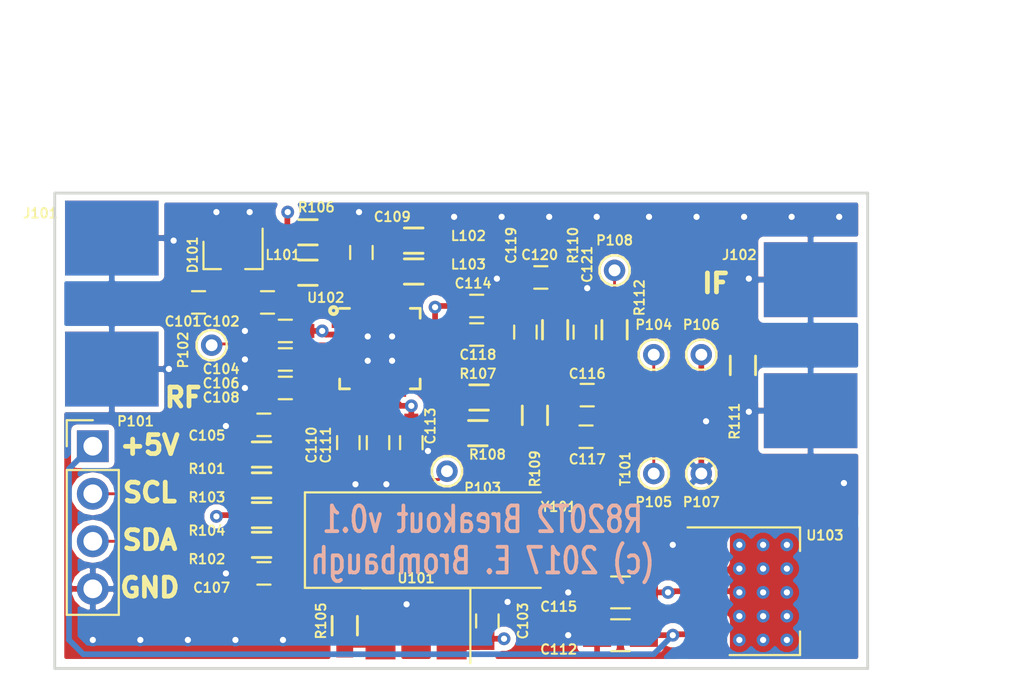
<source format=kicad_pcb>
(kicad_pcb (version 4) (host pcbnew no-vcs-found-product)
  (layers (0 F.Cu signal) (1 In1.Cu signal hide) (2 In2.Cu signal hide) (31 B.Cu signal hide) (34 B.Paste user) (35 F.Paste user) (36 B.SilkS user) (37 F.SilkS user) (38 B.Mask user) (39 F.Mask user) (44 Edge.Cuts user))
  (net 0 "")
  (net 1 "Net-(C101-Pad1)")
  (net 2 "Net-(C101-Pad2)")
  (net 3 "Net-(C102-Pad1)")
  (net 4 GND)
  (net 5 +3V3)
  (net 6 "Net-(C105-Pad2)")
  (net 7 "Net-(C106-Pad2)")
  (net 8 "Net-(C107-Pad2)")
  (net 9 "Net-(C108-Pad2)")
  (net 10 "Net-(C109-Pad2)")
  (net 11 "Net-(C110-Pad2)")
  (net 12 "Net-(C111-Pad2)")
  (net 13 +5V)
  (net 14 "Net-(C116-Pad1)")
  (net 15 "Net-(C116-Pad2)")
  (net 16 "Net-(C117-Pad1)")
  (net 17 "Net-(C117-Pad2)")
  (net 18 "Net-(C118-Pad2)")
  (net 19 "Net-(C119-Pad2)")
  (net 20 "Net-(C120-Pad2)")
  (net 21 "Net-(C121-Pad2)")
  (net 22 "Net-(J102-Pad1)")
  (net 23 "Net-(L101-Pad2)")
  (net 24 "Net-(L102-Pad1)")
  (net 25 "Net-(L102-Pad2)")
  (net 26 "Net-(L103-Pad1)")
  (net 27 "Net-(L103-Pad2)")
  (net 28 /SCL)
  (net 29 /SDA)
  (net 30 "Net-(P102-Pad1)")
  (net 31 "Net-(P103-Pad1)")
  (net 32 "Net-(P106-Pad1)")
  (net 33 "Net-(P108-Pad1)")
  (net 34 "Net-(R105-Pad2)")
  (net 35 "Net-(R107-Pad2)")
  (net 36 "Net-(R108-Pad2)")
  (net 37 "Net-(T101-Pad2)")
  (net 38 "Net-(U101-Pad1)")
  (net 39 "Net-(U102-Pad1)")
  (module footprints:stitch_via (layer F.Cu) (at 178.054 102.108)
    (fp_text reference REF**15135 hide)
    (fp_text value stitch_via hide)
    (pad 1 thru_hole circle (at 0 0) (size 0.6858 0.6858) (drill 0.3302) (layers *.Cu) (net 5 +3V3))
  )
  (module footprints:stitch_via (layer F.Cu) (at 176.784 102.108)
    (fp_text reference REF**15125 hide)
    (fp_text value stitch_via hide)
    (pad 1 thru_hole circle (at 0 0) (size 0.6858 0.6858) (drill 0.3302) (layers *.Cu) (net 5 +3V3))
  )
  (module footprints:stitch_via (layer F.Cu) (at 175.514 102.108)
    (fp_text reference REF**15115 hide)
    (fp_text value stitch_via hide)
    (pad 1 thru_hole circle (at 0 0) (size 0.6858 0.6858) (drill 0.3302) (layers *.Cu) (net 5 +3V3))
  )
  (module footprints:stitch_via (layer F.Cu) (at 178.054 100.838)
    (fp_text reference REF**15134 hide)
    (fp_text value stitch_via hide)
    (pad 1 thru_hole circle (at 0 0) (size 0.6858 0.6858) (drill 0.3302) (layers *.Cu) (net 5 +3V3))
  )
  (module footprints:stitch_via (layer F.Cu) (at 176.784 100.838)
    (fp_text reference REF**15124 hide)
    (fp_text value stitch_via hide)
    (pad 1 thru_hole circle (at 0 0) (size 0.6858 0.6858) (drill 0.3302) (layers *.Cu) (net 5 +3V3))
  )
  (module footprints:stitch_via (layer F.Cu) (at 175.514 100.838)
    (fp_text reference REF**15114 hide)
    (fp_text value stitch_via hide)
    (pad 1 thru_hole circle (at 0 0) (size 0.6858 0.6858) (drill 0.3302) (layers *.Cu) (net 5 +3V3))
  )
  (module footprints:stitch_via (layer F.Cu) (at 178.054 99.568)
    (fp_text reference REF**15133 hide)
    (fp_text value stitch_via hide)
    (pad 1 thru_hole circle (at 0 0) (size 0.6858 0.6858) (drill 0.3302) (layers *.Cu) (net 5 +3V3))
  )
  (module footprints:stitch_via (layer F.Cu) (at 176.784 99.568)
    (fp_text reference REF**15123 hide)
    (fp_text value stitch_via hide)
    (pad 1 thru_hole circle (at 0 0) (size 0.6858 0.6858) (drill 0.3302) (layers *.Cu) (net 5 +3V3))
  )
  (module footprints:stitch_via (layer F.Cu) (at 175.514 99.568)
    (fp_text reference REF**15113 hide)
    (fp_text value stitch_via hide)
    (pad 1 thru_hole circle (at 0 0) (size 0.6858 0.6858) (drill 0.3302) (layers *.Cu) (net 5 +3V3))
  )
  (module footprints:stitch_via (layer F.Cu) (at 178.054 98.298)
    (fp_text reference REF**15132 hide)
    (fp_text value stitch_via hide)
    (pad 1 thru_hole circle (at 0 0) (size 0.6858 0.6858) (drill 0.3302) (layers *.Cu) (net 5 +3V3))
  )
  (module footprints:stitch_via (layer F.Cu) (at 176.784 98.298)
    (fp_text reference REF**15122 hide)
    (fp_text value stitch_via hide)
    (pad 1 thru_hole circle (at 0 0) (size 0.6858 0.6858) (drill 0.3302) (layers *.Cu) (net 5 +3V3))
  )
  (module footprints:stitch_via (layer F.Cu) (at 175.514 98.298)
    (fp_text reference REF**15112 hide)
    (fp_text value stitch_via hide)
    (pad 1 thru_hole circle (at 0 0) (size 0.6858 0.6858) (drill 0.3302) (layers *.Cu) (net 5 +3V3))
  )
  (module footprints:stitch_via (layer F.Cu) (at 178.054 97.028)
    (fp_text reference REF**15131 hide)
    (fp_text value stitch_via hide)
    (pad 1 thru_hole circle (at 0 0) (size 0.6858 0.6858) (drill 0.3302) (layers *.Cu) (net 5 +3V3))
  )
  (module footprints:stitch_via (layer F.Cu) (at 176.784 97.028)
    (fp_text reference REF**15121 hide)
    (fp_text value stitch_via hide)
    (pad 1 thru_hole circle (at 0 0) (size 0.6858 0.6858) (drill 0.3302) (layers *.Cu) (net 5 +3V3))
  )
  (module footprints:stitch_via (layer F.Cu) (at 175.514 97.028)
    (fp_text reference REF**15111 hide)
    (fp_text value stitch_via hide)
    (pad 1 thru_hole circle (at 0 0) (size 0.6858 0.6858) (drill 0.3302) (layers *.Cu) (net 5 +3V3))
  )
  (module footprints:stitch_via (layer F.Cu) (at 181.102 93.726)
    (fp_text reference REF**154 hide)
    (fp_text value stitch_via hide)
    (pad 1 thru_hole circle (at 0 0) (size 0.6858 0.6858) (drill 0.3302) (layers *.Cu) (net 4 GND))
  )
  (module footprints:stitch_via (layer F.Cu) (at 167.894 79.502)
    (fp_text reference REF**153 hide)
    (fp_text value stitch_via hide)
    (pad 1 thru_hole circle (at 0 0) (size 0.6858 0.6858) (drill 0.3302) (layers *.Cu) (net 4 GND))
  )
  (module footprints:stitch_via (layer F.Cu) (at 165.354 79.502)
    (fp_text reference REF**143 hide)
    (fp_text value stitch_via hide)
    (pad 1 thru_hole circle (at 0 0) (size 0.6858 0.6858) (drill 0.3302) (layers *.Cu) (net 4 GND))
  )
  (module footprints:stitch_via (layer F.Cu) (at 162.814 79.502)
    (fp_text reference REF**133 hide)
    (fp_text value stitch_via hide)
    (pad 1 thru_hole circle (at 0 0) (size 0.6858 0.6858) (drill 0.3302) (layers *.Cu) (net 4 GND))
  )
  (module footprints:stitch_via (layer F.Cu) (at 160.274 79.502)
    (fp_text reference REF**123 hide)
    (fp_text value stitch_via hide)
    (pad 1 thru_hole circle (at 0 0) (size 0.6858 0.6858) (drill 0.3302) (layers *.Cu) (net 4 GND))
  )
  (module footprints:stitch_via (layer F.Cu) (at 180.848 79.502)
    (fp_text reference REF**152 hide)
    (fp_text value stitch_via hide)
    (pad 1 thru_hole circle (at 0 0) (size 0.6858 0.6858) (drill 0.3302) (layers *.Cu) (net 4 GND))
  )
  (module footprints:stitch_via (layer F.Cu) (at 178.308 79.502)
    (fp_text reference REF**142 hide)
    (fp_text value stitch_via hide)
    (pad 1 thru_hole circle (at 0 0) (size 0.6858 0.6858) (drill 0.3302) (layers *.Cu) (net 4 GND))
  )
  (module footprints:stitch_via (layer F.Cu) (at 175.768 79.502)
    (fp_text reference REF**132 hide)
    (fp_text value stitch_via hide)
    (pad 1 thru_hole circle (at 0 0) (size 0.6858 0.6858) (drill 0.3302) (layers *.Cu) (net 4 GND))
  )
  (module footprints:stitch_via (layer F.Cu) (at 173.228 79.502)
    (fp_text reference REF**122 hide)
    (fp_text value stitch_via hide)
    (pad 1 thru_hole circle (at 0 0) (size 0.6858 0.6858) (drill 0.3302) (layers *.Cu) (net 4 GND))
  )
  (module footprints:stitch_via (layer F.Cu) (at 170.688 79.502)
    (fp_text reference REF**112 hide)
    (fp_text value stitch_via hide)
    (pad 1 thru_hole circle (at 0 0) (size 0.6858 0.6858) (drill 0.3302) (layers *.Cu) (net 4 GND))
  )
  (module footprints:stitch_via (layer F.Cu) (at 151.13 102.108)
    (fp_text reference REF**151 hide)
    (fp_text value stitch_via hide)
    (pad 1 thru_hole circle (at 0 0) (size 0.6858 0.6858) (drill 0.3302) (layers *.Cu) (net 4 GND))
  )
  (module footprints:stitch_via (layer F.Cu) (at 148.59 102.108)
    (fp_text reference REF**141 hide)
    (fp_text value stitch_via hide)
    (pad 1 thru_hole circle (at 0 0) (size 0.6858 0.6858) (drill 0.3302) (layers *.Cu) (net 4 GND))
  )
  (module footprints:stitch_via (layer F.Cu) (at 146.05 102.108)
    (fp_text reference REF**131 hide)
    (fp_text value stitch_via hide)
    (pad 1 thru_hole circle (at 0 0) (size 0.6858 0.6858) (drill 0.3302) (layers *.Cu) (net 4 GND))
  )
  (module footprints:stitch_via (layer F.Cu) (at 143.51 102.108)
    (fp_text reference REF**121 hide)
    (fp_text value stitch_via hide)
    (pad 1 thru_hole circle (at 0 0) (size 0.6858 0.6858) (drill 0.3302) (layers *.Cu) (net 4 GND))
  )
  (module Capacitors_SMD:C_0603_HandSoldering (layer F.Cu) (at 146.6215 84.074 180)
    (fp_text reference C101 (at 0.8255 -1.016 180) (layer F.SilkS) (effects (font (size 0.508 0.508) (thickness 0.1016))))
    (fp_text value 0.01uf)
    (pad 1 smd rect (at -0.95 0 180) (size 1.2 0.75) (layers F.Cu F.Paste F.Mask) (net 1 "Net-(C101-Pad1)"))
    (pad 2 smd rect (at 0.95 0 180) (size 1.2 0.75) (layers F.Cu F.Paste F.Mask) (net 2 "Net-(C101-Pad2)"))
  )
  (module Capacitors_SMD:C_0603_HandSoldering (layer F.Cu) (at 150.3045 84.074 180)
    (fp_text reference C102 (at 2.4765 -1.016 180) (layer F.SilkS) (effects (font (size 0.508 0.508) (thickness 0.1016))))
    (fp_text value 330pf)
    (pad 1 smd rect (at -0.95 0 180) (size 1.2 0.75) (layers F.Cu F.Paste F.Mask) (net 3 "Net-(C102-Pad1)"))
    (pad 2 smd rect (at 0.95 0 180) (size 1.2 0.75) (layers F.Cu F.Paste F.Mask) (net 1 "Net-(C101-Pad1)"))
  )
  (module Capacitors_SMD:C_0603_HandSoldering (layer F.Cu) (at 162.052 101.092 270)
    (fp_text reference C103 (at 0 -1.9 270) (layer F.SilkS) (effects (font (size 0.508 0.508) (thickness 0.1016))))
    (fp_text value 0.1uf)
    (pad 1 smd rect (at -0.95 0 270) (size 1.2 0.75) (layers F.Cu F.Paste F.Mask) (net 4 GND))
    (pad 2 smd rect (at 0.95 0 270) (size 1.2 0.75) (layers F.Cu F.Paste F.Mask) (net 5 +3V3))
  )
  (module Capacitors_SMD:C_0603_HandSoldering (layer F.Cu) (at 151.257 85.598)
    (fp_text reference C104 (at -3.429 2.032) (layer F.SilkS) (effects (font (size 0.508 0.508) (thickness 0.1016))))
    (fp_text value 0.1uf)
    (pad 1 smd rect (at -0.95 0) (size 1.2 0.75) (layers F.Cu F.Paste F.Mask) (net 4 GND))
    (pad 2 smd rect (at 0.95 0) (size 1.2 0.75) (layers F.Cu F.Paste F.Mask) (net 5 +3V3))
  )
  (module Capacitors_SMD:C_0603_HandSoldering (layer F.Cu) (at 150.114 90.6145)
    (fp_text reference C105 (at -3.048 0.5715) (layer F.SilkS) (effects (font (size 0.508 0.508) (thickness 0.1016))))
    (fp_text value 27pf)
    (pad 1 smd rect (at -0.95 0) (size 1.2 0.75) (layers F.Cu F.Paste F.Mask) (net 4 GND))
    (pad 2 smd rect (at 0.95 0) (size 1.2 0.75) (layers F.Cu F.Paste F.Mask) (net 6 "Net-(C105-Pad2)"))
  )
  (module Capacitors_SMD:C_0603_HandSoldering (layer F.Cu) (at 151.257 87.122)
    (fp_text reference C106 (at -3.429 1.27) (layer F.SilkS) (effects (font (size 0.508 0.508) (thickness 0.1016))))
    (fp_text value 1uf)
    (pad 1 smd rect (at -0.95 0) (size 1.2 0.75) (layers F.Cu F.Paste F.Mask) (net 4 GND))
    (pad 2 smd rect (at 0.95 0) (size 1.2 0.75) (layers F.Cu F.Paste F.Mask) (net 7 "Net-(C106-Pad2)"))
  )
  (module Capacitors_SMD:C_0603_HandSoldering (layer F.Cu) (at 150.114 98.552)
    (fp_text reference C107 (at -2.794 0.762) (layer F.SilkS) (effects (font (size 0.508 0.508) (thickness 0.1016))))
    (fp_text value 27pf)
    (pad 1 smd rect (at -0.95 0) (size 1.2 0.75) (layers F.Cu F.Paste F.Mask) (net 4 GND))
    (pad 2 smd rect (at 0.95 0) (size 1.2 0.75) (layers F.Cu F.Paste F.Mask) (net 8 "Net-(C107-Pad2)"))
  )
  (module Capacitors_SMD:C_0603_HandSoldering (layer F.Cu) (at 151.257 88.646)
    (fp_text reference C108 (at -3.429 0.508) (layer F.SilkS) (effects (font (size 0.508 0.508) (thickness 0.1016))))
    (fp_text value 0.1uf)
    (pad 1 smd rect (at -0.95 0) (size 1.2 0.75) (layers F.Cu F.Paste F.Mask) (net 4 GND))
    (pad 2 smd rect (at 0.95 0) (size 1.2 0.75) (layers F.Cu F.Paste F.Mask) (net 9 "Net-(C108-Pad2)"))
  )
  (module Capacitors_SMD:C_0603_HandSoldering (layer F.Cu) (at 155.321 81.407 270)
    (fp_text reference C109 (at -1.905 -1.651 360) (layer F.SilkS) (effects (font (size 0.508 0.508) (thickness 0.1016))))
    (fp_text value 0.1uf)
    (pad 1 smd rect (at -0.95 0 270) (size 1.2 0.75) (layers F.Cu F.Paste F.Mask) (net 4 GND))
    (pad 2 smd rect (at 0.95 0 270) (size 1.2 0.75) (layers F.Cu F.Paste F.Mask) (net 10 "Net-(C109-Pad2)"))
  )
  (module Capacitors_SMD:C_0603_HandSoldering (layer F.Cu) (at 154.6225 91.567 90)
    (fp_text reference C110 (at -0.127 -1.9685 90) (layer F.SilkS) (effects (font (size 0.508 0.508) (thickness 0.1016))))
    (fp_text value 27pf)
    (pad 1 smd rect (at -0.95 0 90) (size 1.2 0.75) (layers F.Cu F.Paste F.Mask) (net 4 GND))
    (pad 2 smd rect (at 0.95 0 90) (size 1.2 0.75) (layers F.Cu F.Paste F.Mask) (net 11 "Net-(C110-Pad2)"))
  )
  (module Capacitors_SMD:C_0603_HandSoldering (layer F.Cu) (at 156.21 91.567 90)
    (fp_text reference C111 (at -0.127 -2.794 90) (layer F.SilkS) (effects (font (size 0.508 0.508) (thickness 0.1016))))
    (fp_text value 27pf)
    (pad 1 smd rect (at -0.95 0 90) (size 1.2 0.75) (layers F.Cu F.Paste F.Mask) (net 4 GND))
    (pad 2 smd rect (at 0.95 0 90) (size 1.2 0.75) (layers F.Cu F.Paste F.Mask) (net 12 "Net-(C111-Pad2)"))
  )
  (module Capacitors_SMD:C_0805_HandSoldering (layer F.Cu) (at 169.164 101.854 180)
    (fp_text reference C112 (at 3.302 -0.762 180) (layer F.SilkS) (effects (font (size 0.508 0.508) (thickness 0.1016))))
    (fp_text value 10uf)
    (pad 1 smd rect (at -1.25 0 180) (size 1.5 1.25) (layers F.Cu F.Paste F.Mask) (net 13 +5V))
    (pad 2 smd rect (at 1.25 0 180) (size 1.5 1.25) (layers F.Cu F.Paste F.Mask) (net 4 GND))
  )
  (module Capacitors_SMD:C_0603_HandSoldering (layer F.Cu) (at 157.988 91.567 90)
    (fp_text reference C113 (at 0.889 1.016 90) (layer F.SilkS) (effects (font (size 0.508 0.508) (thickness 0.1016))))
    (fp_text value 0.1uf)
    (pad 1 smd rect (at -0.95 0 90) (size 1.2 0.75) (layers F.Cu F.Paste F.Mask) (net 4 GND))
    (pad 2 smd rect (at 0.95 0 90) (size 1.2 0.75) (layers F.Cu F.Paste F.Mask) (net 5 +3V3))
  )
  (module Capacitors_SMD:C_0603_HandSoldering (layer F.Cu) (at 161.4805 84.2645 180)
    (fp_text reference C114 (at 0.1905 1.2065 180) (layer F.SilkS) (effects (font (size 0.508 0.508) (thickness 0.1016))))
    (fp_text value 0.1uf)
    (pad 1 smd rect (at -0.95 0 180) (size 1.2 0.75) (layers F.Cu F.Paste F.Mask) (net 4 GND))
    (pad 2 smd rect (at 0.95 0 180) (size 1.2 0.75) (layers F.Cu F.Paste F.Mask) (net 5 +3V3))
  )
  (module Capacitors_SMD:C_0805_HandSoldering (layer F.Cu) (at 169.164 99.568 180)
    (fp_text reference C115 (at 3.302 -0.762 180) (layer F.SilkS) (effects (font (size 0.508 0.508) (thickness 0.1016))))
    (fp_text value 10uf)
    (pad 1 smd rect (at -1.25 0 180) (size 1.5 1.25) (layers F.Cu F.Paste F.Mask) (net 5 +3V3))
    (pad 2 smd rect (at 1.25 0 180) (size 1.5 1.25) (layers F.Cu F.Paste F.Mask) (net 4 GND))
  )
  (module Capacitors_SMD:C_0603_HandSoldering (layer F.Cu) (at 167.386 89.027 180)
    (fp_text reference C116 (at 0 1.143 180) (layer F.SilkS) (effects (font (size 0.508 0.508) (thickness 0.1016))))
    (fp_text value 0.1uf)
    (pad 1 smd rect (at -0.95 0 180) (size 1.2 0.75) (layers F.Cu F.Paste F.Mask) (net 14 "Net-(C116-Pad1)"))
    (pad 2 smd rect (at 0.95 0 180) (size 1.2 0.75) (layers F.Cu F.Paste F.Mask) (net 15 "Net-(C116-Pad2)"))
  )
  (module Capacitors_SMD:C_0603_HandSoldering (layer F.Cu) (at 167.3225 91.2495 180)
    (fp_text reference C117 (at -0.0635 -1.2065 180) (layer F.SilkS) (effects (font (size 0.508 0.508) (thickness 0.1016))))
    (fp_text value 0.1uf)
    (pad 1 smd rect (at -0.95 0 180) (size 1.2 0.75) (layers F.Cu F.Paste F.Mask) (net 16 "Net-(C117-Pad1)"))
    (pad 2 smd rect (at 0.95 0 180) (size 1.2 0.75) (layers F.Cu F.Paste F.Mask) (net 17 "Net-(C117-Pad2)"))
  )
  (module Capacitors_SMD:C_0603_HandSoldering (layer F.Cu) (at 161.4805 85.7885 180)
    (fp_text reference C118 (at -0.0635 -1.0795 180) (layer F.SilkS) (effects (font (size 0.508 0.508) (thickness 0.1016))))
    (fp_text value 0.1uf)
    (pad 1 smd rect (at -0.95 0 180) (size 1.2 0.75) (layers F.Cu F.Paste F.Mask) (net 4 GND))
    (pad 2 smd rect (at 0.95 0 180) (size 1.2 0.75) (layers F.Cu F.Paste F.Mask) (net 18 "Net-(C118-Pad2)"))
  )
  (module Capacitors_SMD:C_0603_HandSoldering (layer F.Cu) (at 164.084 85.6615 270)
    (fp_text reference C119 (at -4.6355 0.762 270) (layer F.SilkS) (effects (font (size 0.508 0.508) (thickness 0.1016))))
    (fp_text value 330pf)
    (pad 1 smd rect (at -0.95 0 270) (size 1.2 0.75) (layers F.Cu F.Paste F.Mask) (net 4 GND))
    (pad 2 smd rect (at 0.95 0 270) (size 1.2 0.75) (layers F.Cu F.Paste F.Mask) (net 19 "Net-(C119-Pad2)"))
  )
  (module Capacitors_SMD:C_0603_HandSoldering (layer F.Cu) (at 164.9095 82.7405)
    (fp_text reference C120 (at -0.0635 -1.2065) (layer F.SilkS) (effects (font (size 0.508 0.508) (thickness 0.1016))))
    (fp_text value 6800pf)
    (pad 1 smd rect (at -0.95 0) (size 1.2 0.75) (layers F.Cu F.Paste F.Mask) (net 4 GND))
    (pad 2 smd rect (at 0.95 0) (size 1.2 0.75) (layers F.Cu F.Paste F.Mask) (net 20 "Net-(C120-Pad2)"))
  )
  (module Capacitors_SMD:C_0603_HandSoldering (layer F.Cu) (at 167.259 85.6615 270)
    (fp_text reference C121 (at -3.6195 -0.127 270) (layer F.SilkS) (effects (font (size 0.508 0.508) (thickness 0.1016))))
    (fp_text value 0.1uf)
    (pad 1 smd rect (at -0.95 0 270) (size 1.2 0.75) (layers F.Cu F.Paste F.Mask) (net 4 GND))
    (pad 2 smd rect (at 0.95 0 270) (size 1.2 0.75) (layers F.Cu F.Paste F.Mask) (net 21 "Net-(C121-Pad2)"))
  )
  (module TO_SOT_Packages_SMD:SOT-23 (layer F.Cu) (at 148.463 81.534 270)
    (fp_text reference D101 (at 0 2.159 270) (layer F.SilkS) (effects (font (size 0.508 0.508) (thickness 0.1016))))
    (fp_text value BAV99)
    (pad 1 smd rect (at -1 -0.95 270) (size 0.9 0.8) (layers F.Cu F.Paste F.Mask) (net 4 GND))
    (pad 2 smd rect (at -1 0.95 270) (size 0.9 0.8) (layers F.Cu F.Paste F.Mask) (net 4 GND))
    (pad 3 smd rect (at 1 0 270) (size 0.9 0.8) (layers F.Cu F.Paste F.Mask) (net 1 "Net-(C101-Pad1)"))
  )
  (module Resistors_SMD:R_0603_HandSoldering (layer F.Cu) (at 152.4635 82.4865)
    (fp_text reference L101 (at -1.3335 -0.9525) (layer F.SilkS) (effects (font (size 0.508 0.508) (thickness 0.1016))))
    (fp_text value 8.2nH)
    (pad 1 smd rect (at -1.1 0) (size 1.2 0.9) (layers F.Cu F.Paste F.Mask) (net 3 "Net-(C102-Pad1)"))
    (pad 2 smd rect (at 1.1 0) (size 1.2 0.9) (layers F.Cu F.Paste F.Mask) (net 23 "Net-(L101-Pad2)"))
  )
  (module Resistors_SMD:R_0603_HandSoldering (layer F.Cu) (at 158.115 80.772 180)
    (fp_text reference L102 (at -2.921 0.254 180) (layer F.SilkS) (effects (font (size 0.508 0.508) (thickness 0.1016))))
    (fp_text value 150nh)
    (pad 1 smd rect (at -1.1 0 180) (size 1.2 0.9) (layers F.Cu F.Paste F.Mask) (net 24 "Net-(L102-Pad1)"))
    (pad 2 smd rect (at 1.1 0 180) (size 1.2 0.9) (layers F.Cu F.Paste F.Mask) (net 25 "Net-(L102-Pad2)"))
  )
  (module Resistors_SMD:R_0603_HandSoldering (layer F.Cu) (at 158.115 82.423 180)
    (fp_text reference L103 (at -2.921 0.381 180) (layer F.SilkS) (effects (font (size 0.508 0.508) (thickness 0.1016))))
    (fp_text value 150nh)
    (pad 1 smd rect (at -1.1 0 180) (size 1.2 0.9) (layers F.Cu F.Paste F.Mask) (net 26 "Net-(L103-Pad1)"))
    (pad 2 smd rect (at 1.1 0 180) (size 1.2 0.9) (layers F.Cu F.Paste F.Mask) (net 27 "Net-(L103-Pad2)"))
  )
  (module Pin_Headers:Pin_Header_Straight_1x04_Pitch2.54mm (layer F.Cu) (at 140.97 91.7575)
    (fp_text reference P101 (at 2.286 -1.3335) (layer F.SilkS) (effects (font (size 0.508 0.508) (thickness 0.1016))))
    (fp_text value CONN_01X04)
    (pad 1 thru_hole rect (at 0 0) (size 1.7 1.7) (drill 1) (layers *.Cu *.Mask) (net 13 +5V))
    (pad 2 thru_hole oval (at 0 2.54) (size 1.7 1.7) (drill 1) (layers *.Cu *.Mask) (net 28 /SCL))
    (pad 3 thru_hole oval (at 0 5.08) (size 1.7 1.7) (drill 1) (layers *.Cu *.Mask) (net 29 /SDA))
    (pad 4 thru_hole oval (at 0 7.62) (size 1.7 1.7) (drill 1) (layers *.Cu *.Mask) (net 4 GND))
  )
  (module Connect:PINTST (layer F.Cu) (at 147.32 86.36)
    (fp_text reference P102 (at -1.524 0.254 90) (layer F.SilkS) (effects (font (size 0.508 0.508) (thickness 0.1016))))
    (fp_text value CONN_01X01)
    (pad 1 thru_hole circle (at 0 0) (size 1.143 1.143) (drill 0.635) (layers *.Cu *.Mask) (net 30 "Net-(P102-Pad1)"))
  )
  (module Connect:PINTST (layer F.Cu) (at 159.893 93.091)
    (fp_text reference P103 (at 1.905 0.889) (layer F.SilkS) (effects (font (size 0.508 0.508) (thickness 0.1016))))
    (fp_text value CONN_01X01)
    (pad 1 thru_hole circle (at 0 0) (size 1.143 1.143) (drill 0.635) (layers *.Cu *.Mask) (net 31 "Net-(P103-Pad1)"))
  )
  (module Connect:PINTST (layer F.Cu) (at 170.942 86.868)
    (fp_text reference P104 (at 0 -1.6) (layer F.SilkS) (effects (font (size 0.508 0.508) (thickness 0.1016))))
    (fp_text value CONN_01X01)
    (pad 1 thru_hole circle (at 0 0) (size 1.143 1.143) (drill 0.635) (layers *.Cu *.Mask) (net 14 "Net-(C116-Pad1)"))
  )
  (module Connect:PINTST (layer F.Cu) (at 170.942 93.218)
    (fp_text reference P105 (at 0 1.524) (layer F.SilkS) (effects (font (size 0.508 0.508) (thickness 0.1016))))
    (fp_text value CONN_01X01)
    (pad 1 thru_hole circle (at 0 0) (size 1.143 1.143) (drill 0.635) (layers *.Cu *.Mask) (net 16 "Net-(C117-Pad1)"))
  )
  (module Connect:PINTST (layer F.Cu) (at 173.482 86.868)
    (fp_text reference P106 (at 0 -1.6) (layer F.SilkS) (effects (font (size 0.508 0.508) (thickness 0.1016))))
    (fp_text value CONN_01X01)
    (pad 1 thru_hole circle (at 0 0) (size 1.143 1.143) (drill 0.635) (layers *.Cu *.Mask) (net 32 "Net-(P106-Pad1)"))
  )
  (module Connect:PINTST (layer F.Cu) (at 173.482 93.218)
    (fp_text reference P107 (at 0 1.524) (layer F.SilkS) (effects (font (size 0.508 0.508) (thickness 0.1016))))
    (fp_text value CONN_01X01)
    (pad 1 thru_hole circle (at 0 0) (size 1.143 1.143) (drill 0.635) (layers *.Cu *.Mask) (net 4 GND))
  )
  (module Connect:PINTST (layer F.Cu) (at 168.8465 82.3595)
    (fp_text reference P108 (at 0 -1.6) (layer F.SilkS) (effects (font (size 0.508 0.508) (thickness 0.1016))))
    (fp_text value CONN_01X01)
    (pad 1 thru_hole circle (at 0 0) (size 1.143 1.143) (drill 0.635) (layers *.Cu *.Mask) (net 33 "Net-(P108-Pad1)"))
  )
  (module Resistors_SMD:R_0603_HandSoldering (layer F.Cu) (at 149.987 92.202 180)
    (fp_text reference R101 (at 2.921 -0.762 180) (layer F.SilkS) (effects (font (size 0.508 0.508) (thickness 0.1016))))
    (fp_text value 220)
    (pad 1 smd rect (at -1.1 0 180) (size 1.2 0.9) (layers F.Cu F.Paste F.Mask) (net 6 "Net-(C105-Pad2)"))
    (pad 2 smd rect (at 1.1 0 180) (size 1.2 0.9) (layers F.Cu F.Paste F.Mask) (net 28 /SCL))
  )
  (module Resistors_SMD:R_0603_HandSoldering (layer F.Cu) (at 149.987 97.028 180)
    (fp_text reference R102 (at 2.921 -0.762 180) (layer F.SilkS) (effects (font (size 0.508 0.508) (thickness 0.1016))))
    (fp_text value 220)
    (pad 1 smd rect (at -1.1 0 180) (size 1.2 0.9) (layers F.Cu F.Paste F.Mask) (net 8 "Net-(C107-Pad2)"))
    (pad 2 smd rect (at 1.1 0 180) (size 1.2 0.9) (layers F.Cu F.Paste F.Mask) (net 29 /SDA))
  )
  (module Resistors_SMD:R_0603_HandSoldering (layer F.Cu) (at 149.987 93.853)
    (fp_text reference R103 (at -2.921 0.635) (layer F.SilkS) (effects (font (size 0.508 0.508) (thickness 0.1016))))
    (fp_text value 4k7)
    (pad 1 smd rect (at -1.1 0) (size 1.2 0.9) (layers F.Cu F.Paste F.Mask) (net 5 +3V3))
    (pad 2 smd rect (at 1.1 0) (size 1.2 0.9) (layers F.Cu F.Paste F.Mask) (net 6 "Net-(C105-Pad2)"))
  )
  (module Resistors_SMD:R_0603_HandSoldering (layer F.Cu) (at 149.987 95.4405)
    (fp_text reference R104 (at -2.921 0.8255) (layer F.SilkS) (effects (font (size 0.508 0.508) (thickness 0.1016))))
    (fp_text value 4k7)
    (pad 1 smd rect (at -1.1 0) (size 1.2 0.9) (layers F.Cu F.Paste F.Mask) (net 5 +3V3))
    (pad 2 smd rect (at 1.1 0) (size 1.2 0.9) (layers F.Cu F.Paste F.Mask) (net 8 "Net-(C107-Pad2)"))
  )
  (module Resistors_SMD:R_0603_HandSoldering (layer F.Cu) (at 154.432 101.346 270)
    (fp_text reference R105 (at -0.254 1.27 270) (layer F.SilkS) (effects (font (size 0.508 0.508) (thickness 0.1016))))
    (fp_text value 0)
    (pad 1 smd rect (at -1.1 0 270) (size 1.2 0.9) (layers F.Cu F.Paste F.Mask) (net 11 "Net-(C110-Pad2)"))
    (pad 2 smd rect (at 1.1 0 270) (size 1.2 0.9) (layers F.Cu F.Paste F.Mask) (net 34 "Net-(R105-Pad2)"))
  )
  (module Resistors_SMD:R_0603_HandSoldering (layer F.Cu) (at 152.4635 80.3275)
    (fp_text reference R106 (at 0.4445 -1.3335) (layer F.SilkS) (effects (font (size 0.508 0.508) (thickness 0.1016))))
    (fp_text value 10)
    (pad 1 smd rect (at -1.1 0) (size 1.2 0.9) (layers F.Cu F.Paste F.Mask) (net 5 +3V3))
    (pad 2 smd rect (at 1.1 0) (size 1.2 0.9) (layers F.Cu F.Paste F.Mask) (net 10 "Net-(C109-Pad2)"))
  )
  (module Resistors_SMD:R_0603_HandSoldering (layer F.Cu) (at 161.6075 89.154 180)
    (fp_text reference R107 (at 0.0635 1.27 180) (layer F.SilkS) (effects (font (size 0.508 0.508) (thickness 0.1016))))
    (fp_text value 220)
    (pad 1 smd rect (at -1.1 0 180) (size 1.2 0.9) (layers F.Cu F.Paste F.Mask) (net 15 "Net-(C116-Pad2)"))
    (pad 2 smd rect (at 1.1 0 180) (size 1.2 0.9) (layers F.Cu F.Paste F.Mask) (net 35 "Net-(R107-Pad2)"))
  )
  (module Resistors_SMD:R_0603_HandSoldering (layer F.Cu) (at 161.544 91.059 180)
    (fp_text reference R108 (at -0.508 -1.143 180) (layer F.SilkS) (effects (font (size 0.508 0.508) (thickness 0.1016))))
    (fp_text value 220)
    (pad 1 smd rect (at -1.1 0 180) (size 1.2 0.9) (layers F.Cu F.Paste F.Mask) (net 17 "Net-(C117-Pad2)"))
    (pad 2 smd rect (at 1.1 0 180) (size 1.2 0.9) (layers F.Cu F.Paste F.Mask) (net 36 "Net-(R108-Pad2)"))
  )
  (module Resistors_SMD:R_0603_HandSoldering (layer F.Cu) (at 164.592 90.1065 270)
    (fp_text reference R109 (at 2.8575 0 270) (layer F.SilkS) (effects (font (size 0.508 0.508) (thickness 0.1016))))
    (fp_text value DNI)
    (pad 1 smd rect (at -1.1 0 270) (size 1.2 0.9) (layers F.Cu F.Paste F.Mask) (net 15 "Net-(C116-Pad2)"))
    (pad 2 smd rect (at 1.1 0 270) (size 1.2 0.9) (layers F.Cu F.Paste F.Mask) (net 17 "Net-(C117-Pad2)"))
  )
  (module Resistors_SMD:R_0603_HandSoldering (layer F.Cu) (at 165.6715 85.5345 270)
    (fp_text reference R110 (at -4.5085 -0.9525 270) (layer F.SilkS) (effects (font (size 0.508 0.508) (thickness 0.1016))))
    (fp_text value 1k8)
    (pad 1 smd rect (at -1.1 0 270) (size 1.2 0.9) (layers F.Cu F.Paste F.Mask) (net 20 "Net-(C120-Pad2)"))
    (pad 2 smd rect (at 1.1 0 270) (size 1.2 0.9) (layers F.Cu F.Paste F.Mask) (net 19 "Net-(C119-Pad2)"))
  )
  (module Resistors_SMD:R_0603_HandSoldering (layer F.Cu) (at 175.7045 87.4395 270)
    (fp_text reference R111 (at 2.9845 0.4445 270) (layer F.SilkS) (effects (font (size 0.508 0.508) (thickness 0.1016))))
    (fp_text value 0)
    (pad 1 smd rect (at -1.1 0 270) (size 1.2 0.9) (layers F.Cu F.Paste F.Mask) (net 22 "Net-(J102-Pad1)"))
    (pad 2 smd rect (at 1.1 0 270) (size 1.2 0.9) (layers F.Cu F.Paste F.Mask) (net 32 "Net-(P106-Pad1)"))
  )
  (module Resistors_SMD:R_0603_HandSoldering (layer F.Cu) (at 168.8465 85.5345 270)
    (fp_text reference R112 (at -1.7145 -1.3335 270) (layer F.SilkS) (effects (font (size 0.508 0.508) (thickness 0.1016))))
    (fp_text value 10k)
    (pad 1 smd rect (at -1.1 0 270) (size 1.2 0.9) (layers F.Cu F.Paste F.Mask) (net 33 "Net-(P108-Pad1)"))
    (pad 2 smd rect (at 1.1 0 270) (size 1.2 0.9) (layers F.Cu F.Paste F.Mask) (net 21 "Net-(C121-Pad2)"))
  )
  (module footprints:Pulse_SMD_Balun (layer F.Cu) (at 172.0215 90.1065 270)
    (fp_text reference T101 (at 2.8575 2.6035 270) (layer F.SilkS) (effects (font (size 0.508 0.508) (thickness 0.1016))))
    (fp_text value TRANSFO4)
    (pad 5 smd rect (at -1.27 -1.5875 270) (size 0.762 1.651) (layers F.Cu F.Paste F.Mask) (net 32 "Net-(P106-Pad1)"))
    (pad 4 smd rect (at 1.27 -1.5875 270) (size 0.762 1.651) (layers F.Cu F.Paste F.Mask) (net 4 GND))
    (pad 1 smd rect (at -1.27 1.5875 270) (size 0.762 1.651) (layers F.Cu F.Paste F.Mask) (net 14 "Net-(C116-Pad1)"))
    (pad 3 smd rect (at 1.27 1.5875 270) (size 0.762 1.651) (layers F.Cu F.Paste F.Mask) (net 16 "Net-(C117-Pad1)"))
    (pad 2 smd rect (at 0 1.5875 270) (size 0.762 1.651) (layers F.Cu F.Paste F.Mask) (net 37 "Net-(T101-Pad2)"))
  )
  (module Crystals:Crystal_SMD_Abracon_ABM3C-4pin_5.0x3.2mm (layer F.Cu) (at 158.242 101.346 180)
    (fp_text reference U101 (at 0 2.54 180) (layer F.SilkS) (effects (font (size 0.508 0.508) (thickness 0.1016))))
    (fp_text value TCXO)
    (pad 1 smd rect (at -1.9 1.15 180) (size 1.6 1.3) (layers F.Cu F.Mask) (net 38 "Net-(U101-Pad1)"))
    (pad 2 smd rect (at 1.9 1.15 180) (size 1.6 1.3) (layers F.Cu F.Mask) (net 4 GND))
    (pad 3 smd rect (at 1.9 -1.15 180) (size 1.6 1.3) (layers F.Cu F.Mask) (net 34 "Net-(R105-Pad2)"))
    (pad 4 smd rect (at -1.9 -1.15 180) (size 1.6 1.3) (layers F.Cu F.Mask) (net 5 +3V3))
  )
  (module SOT-223 (layer F.Cu) (at 176.8475 99.5045)
    (fp_text reference U103 (at 3.2385 -2.9845) (layer F.SilkS) (effects (font (size 0.508 0.508) (thickness 0.1016))))
    (fp_text value LD1117S33CTR)
    (pad 4 smd rect (at 3.15 0) (size 2 3.8) (layers F.Cu F.Paste F.Mask) (net 5 +3V3))
    (pad 2 smd rect (at -3.15 0) (size 2 1.5) (layers F.Cu F.Paste F.Mask) (net 5 +3V3))
    (pad 3 smd rect (at -3.15 2.3) (size 2 1.5) (layers F.Cu F.Paste F.Mask) (net 13 +5V))
    (pad 1 smd rect (at -3.15 -2.3) (size 2 1.5) (layers F.Cu F.Paste F.Mask) (net 4 GND))
  )
  (module Crystals:Crystal_SMD_HC49-SD (layer F.Cu) (at 159.004 96.774)
    (fp_text reference Y101 (at 6.858 -1.778) (layer F.SilkS) (effects (font (size 0.508 0.508) (thickness 0.1016))))
    (fp_text value 28.8MHz)
    (pad 1 smd rect (at -4.25 0) (size 4.5 2) (layers F.Cu F.Mask) (net 11 "Net-(C110-Pad2)"))
    (pad 2 smd rect (at 4.25 0) (size 4.5 2) (layers F.Cu F.Mask) (net 12 "Net-(C111-Pad2)"))
  )
  (module footprints:stitch_via (layer F.Cu) (at 140.462 102.108)
    (fp_text reference REF** hide)
    (fp_text value stitch_via hide)
  )
  (module footprints:stitch_via (layer F.Cu) (at 140.97 102.108)
    (fp_text reference REF**111 hide)
    (fp_text value stitch_via hide)
    (pad 1 thru_hole circle (at 0 0) (size 0.6858 0.6858) (drill 0.3302) (layers *.Cu) (net 4 GND))
  )
  (module footprints:SMA_END (layer F.Cu) (at 179.324 86.36)
    (fp_text reference J102 (at -3.81 -4.826) (layer F.SilkS) (effects (font (size 0.508 0.508) (thickness 0.1016))))
    (fp_text value SMA)
    (pad 2 smd rect (at 0 3.5) (size 5 4) (layers F.Cu F.Paste F.Mask) (net 4 GND))
    (pad 2 smd rect (at 0 -3.5) (size 5 4) (layers F.Cu F.Paste F.Mask) (net 4 GND))
    (pad 2 smd rect (at 0 3.5) (size 5 4) (layers B.Cu B.Mask) (net 4 GND))
    (pad 2 smd rect (at 0 -3.5) (size 5 4) (layers B.Cu B.Mask) (net 4 GND))
    (pad 1 smd rect (at 0 0) (size 5 1.5) (layers F.Cu F.Paste F.Mask) (net 22 "Net-(J102-Pad1)"))
  )
  (module footprints:SMA_END (layer F.Cu) (at 141.986 84.1375)
    (fp_text reference J101 (at -3.81 -4.826) (layer F.SilkS) (effects (font (size 0.508 0.508) (thickness 0.1016))))
    (fp_text value SMA)
    (pad 2 smd rect (at 0 3.5) (size 5 4) (layers F.Cu F.Paste F.Mask) (net 4 GND))
    (pad 2 smd rect (at 0 -3.5) (size 5 4) (layers F.Cu F.Paste F.Mask) (net 4 GND))
    (pad 2 smd rect (at 0 3.5) (size 5 4) (layers B.Cu B.Mask) (net 4 GND))
    (pad 2 smd rect (at 0 -3.5) (size 5 4) (layers B.Cu B.Mask) (net 4 GND))
    (pad 1 smd rect (at 0 0) (size 5 1.5) (layers F.Cu F.Paste F.Mask) (net 2 "Net-(C101-Pad2)"))
  )
  (module footprints:QFN-24-1EP_4x4mm_Pitch0.5mm_extended_pad (layer F.Cu) (at 156.310214 86.542)
    (fp_text reference U102 (at -2.894214 -2.722) (layer F.SilkS) (effects (font (size 0.508 0.508) (thickness 0.1016))))
    (fp_text value R820T2)
    (pad 1 smd rect (at -2.05 -1.25) (size 1.05 0.3) (layers F.Cu F.Paste F.Mask) (net 39 "Net-(U102-Pad1)"))
    (pad 2 smd rect (at -2.05 -0.75) (size 1.05 0.3) (layers F.Cu F.Paste F.Mask) (net 5 +3V3))
    (pad 3 smd rect (at -2.05 -0.25) (size 1.05 0.3) (layers F.Cu F.Paste F.Mask) (net 30 "Net-(P102-Pad1)"))
    (pad 4 smd rect (at -2.05 0.25) (size 1.05 0.3) (layers F.Cu F.Paste F.Mask) (net 7 "Net-(C106-Pad2)"))
    (pad 5 smd rect (at -2.05 0.75) (size 1.05 0.3) (layers F.Cu F.Paste F.Mask) (net 9 "Net-(C108-Pad2)"))
    (pad 6 smd rect (at -2.05 1.25) (size 1.05 0.3) (layers F.Cu F.Paste F.Mask) (net 6 "Net-(C105-Pad2)"))
    (pad 7 smd rect (at -1.25 2.05 90) (size 1.05 0.3) (layers F.Cu F.Paste F.Mask) (net 8 "Net-(C107-Pad2)"))
    (pad 8 smd rect (at -0.75 2.05 90) (size 1.05 0.3) (layers F.Cu F.Paste F.Mask) (net 11 "Net-(C110-Pad2)"))
    (pad 9 smd rect (at -0.25 2.05 90) (size 1.05 0.3) (layers F.Cu F.Paste F.Mask) (net 12 "Net-(C111-Pad2)"))
    (pad 10 smd rect (at 0.25 2.05 90) (size 1.05 0.3) (layers F.Cu F.Paste F.Mask) (net 31 "Net-(P103-Pad1)"))
    (pad 11 smd rect (at 0.75 2.05 90) (size 1.05 0.3) (layers F.Cu F.Paste F.Mask) (net 5 +3V3))
    (pad 12 smd rect (at 1.25 2.05 90) (size 1.05 0.3) (layers F.Cu F.Paste F.Mask) (net 36 "Net-(R108-Pad2)"))
    (pad 13 smd rect (at 2.05 1.25) (size 1.05 0.3) (layers F.Cu F.Paste F.Mask) (net 35 "Net-(R107-Pad2)"))
    (pad 14 smd rect (at 2.05 0.75) (size 1.05 0.3) (layers F.Cu F.Paste F.Mask) (net 21 "Net-(C121-Pad2)"))
    (pad 15 smd rect (at 2.05 0.25) (size 1.05 0.3) (layers F.Cu F.Paste F.Mask) (net 19 "Net-(C119-Pad2)"))
    (pad 16 smd rect (at 2.05 -0.25) (size 1.05 0.3) (layers F.Cu F.Paste F.Mask) (net 4 GND))
    (pad 17 smd rect (at 2.05 -0.75) (size 1.05 0.3) (layers F.Cu F.Paste F.Mask) (net 18 "Net-(C118-Pad2)"))
    (pad 18 smd rect (at 2.05 -1.25) (size 1.05 0.3) (layers F.Cu F.Paste F.Mask) (net 5 +3V3))
    (pad 19 smd rect (at 1.25 -2.05 90) (size 1.05 0.3) (layers F.Cu F.Paste F.Mask) (net 26 "Net-(L103-Pad1)"))
    (pad 20 smd rect (at 0.75 -2.05 90) (size 1.05 0.3) (layers F.Cu F.Paste F.Mask) (net 24 "Net-(L102-Pad1)"))
    (pad 21 smd rect (at 0.25 -2.05 90) (size 1.05 0.3) (layers F.Cu F.Paste F.Mask) (net 27 "Net-(L103-Pad2)"))
    (pad 22 smd rect (at -0.25 -2.05 90) (size 1.05 0.3) (layers F.Cu F.Paste F.Mask) (net 25 "Net-(L102-Pad2)"))
    (pad 23 smd rect (at -0.75 -2.05 90) (size 1 0.3) (layers F.Cu F.Paste F.Mask) (net 10 "Net-(C109-Pad2)"))
    (pad 24 smd rect (at -1.25 -2.05 90) (size 1.05 0.3) (layers F.Cu F.Paste F.Mask) (net 23 "Net-(L101-Pad2)"))
    (pad 25 smd rect (at 0.65 0.65) (size 1.3 1.3) (layers F.Cu F.Paste F.Mask) (net 4 GND))
    (pad 25 smd rect (at 0.65 -0.65) (size 1.3 1.3) (layers F.Cu F.Paste F.Mask) (net 4 GND))
    (pad 25 smd rect (at -0.65 0.65) (size 1.3 1.3) (layers F.Cu F.Paste F.Mask) (net 4 GND))
    (pad 25 smd rect (at -0.65 -0.65) (size 1.3 1.3) (layers F.Cu F.Paste F.Mask) (net 4 GND))
  )
  (gr_text "R820T2 Breakout v0.1\n(c) 2017 E. Brombaugh" (at 161.798 96.774) (layer B.SilkS) (effects (font (size 1.3716 1.016) (thickness 0.2032)) (justify mirror)))
  (gr_text IF (at 174.244 83.058) (layer F.SilkS) (effects (font (size 1.016 1.016) (thickness 0.254))))
  (gr_text RF (at 145.796 89.154) (layer F.SilkS) (effects (font (size 1.016 1.016) (thickness 0.254))))
  (gr_text GND (at 144.018 99.314) (layer F.SilkS) (effects (font (size 1.016 1.016) (thickness 0.254))))
  (gr_text SDA (at 144.018 96.774) (layer F.SilkS) (effects (font (size 1.016 1.016) (thickness 0.254))))
  (gr_text SCL (at 144.018 94.234) (layer F.SilkS) (effects (font (size 1.016 1.016) (thickness 0.254))))
  (gr_text +5V (at 144.018 91.694) (layer F.SilkS) (effects (font (size 1.016 1.016) (thickness 0.254))))
  (gr_line (start 138.938 103.632) (end 138.938 78.232) (angle 90) (layer Edge.Cuts) (width 0.15))
  (gr_line (start 182.372 103.632) (end 138.938 103.632) (angle 90) (layer Edge.Cuts) (width 0.15))
  (gr_line (start 182.372 78.232) (end 182.372 103.632) (angle 90) (layer Edge.Cuts) (width 0.15))
  (gr_line (start 138.938 78.232) (end 182.372 78.232) (angle 90) (layer Edge.Cuts) (width 0.15))
  (segment (start 147.5715 84.074) (end 147.5715 83.4255) (width 0.1524) (layer F.Cu) (net 1))
  (segment (start 147.5715 83.4255) (end 148.463 82.534) (width 0.1524) (layer F.Cu) (net 1))
  (segment (start 148.463 82.534) (end 148.463 82.677) (width 0.1524) (layer F.Cu) (net 1))
  (segment (start 148.463 82.677) (end 149.3545 83.5685) (width 0.1524) (layer F.Cu) (net 1))
  (segment (start 149.3545 83.5685) (end 149.3545 84.074) (width 0.1524) (layer F.Cu) (net 1))
  (segment (start 141.986 84.1375) (end 145.608 84.1375) (width 0.1524) (layer F.Cu) (net 2))
  (segment (start 145.608 84.1375) (end 145.6715 84.074) (width 0.1524) (layer F.Cu) (net 2))
  (segment (start 151.2545 84.074) (end 151.2545 82.5955) (width 0.1524) (layer F.Cu) (net 3))
  (segment (start 151.2545 82.5955) (end 151.3635 82.4865) (width 0.1524) (layer F.Cu) (net 3))
  (segment (start 162.052 100.142) (end 163.129 100.142) (width 0.3048) (layer F.Cu) (net 4))
  (segment (start 163.1315 100.076) (end 163.068 100.076) (width 0.3048) (layer B.Cu) (net 4))
  (via (at 163.1315 100.076) (size 0.6858) (drill 0.3302) (layers F.Cu B.Cu) (net 4))
  (segment (start 163.1315 100.1395) (end 163.1315 100.076) (width 0.3048) (layer F.Cu) (net 4))
  (segment (start 163.129 100.142) (end 163.1315 100.1395) (width 0.3048) (layer F.Cu) (net 4))
  (segment (start 156.342 100.196) (end 157.727 100.196) (width 0.3048) (layer F.Cu) (net 4))
  (via (at 157.734 100.203) (size 0.6858) (drill 0.3302) (layers F.Cu B.Cu) (net 4))
  (segment (start 157.727 100.196) (end 157.734 100.203) (width 0.3048) (layer F.Cu) (net 4))
  (segment (start 157.988 92.517) (end 158.3715 92.517) (width 0.3048) (layer F.Cu) (net 4))
  (via (at 158.877 92.0115) (size 0.6858) (drill 0.3302) (layers F.Cu B.Cu) (net 4))
  (segment (start 158.3715 92.517) (end 158.877 92.0115) (width 0.3048) (layer F.Cu) (net 4))
  (segment (start 156.21 92.517) (end 156.21 93.345) (width 0.3048) (layer F.Cu) (net 4))
  (via (at 156.6545 93.7895) (size 0.6858) (drill 0.3302) (layers F.Cu B.Cu) (net 4))
  (segment (start 156.21 93.345) (end 156.6545 93.7895) (width 0.3048) (layer F.Cu) (net 4))
  (segment (start 154.6225 92.517) (end 154.6225 93.4085) (width 0.3048) (layer F.Cu) (net 4))
  (via (at 155.0035 93.7895) (size 0.6858) (drill 0.3302) (layers F.Cu B.Cu) (net 4))
  (segment (start 154.6225 93.4085) (end 155.0035 93.7895) (width 0.3048) (layer F.Cu) (net 4))
  (segment (start 173.482 93.218) (end 173.482 91.5035) (width 0.3048) (layer F.Cu) (net 4))
  (segment (start 173.482 91.5035) (end 173.609 91.3765) (width 0.3048) (layer F.Cu) (net 4))
  (segment (start 149.164 98.552) (end 148.082 98.552) (width 0.3048) (layer F.Cu) (net 4))
  (via (at 148.082 98.552) (size 0.6858) (drill 0.3302) (layers F.Cu B.Cu) (net 4))
  (segment (start 149.164 90.6145) (end 148.1455 90.6145) (width 0.3048) (layer F.Cu) (net 4))
  (via (at 148.082 90.678) (size 0.6858) (drill 0.3302) (layers F.Cu B.Cu) (net 4))
  (segment (start 148.1455 90.6145) (end 148.082 90.678) (width 0.3048) (layer F.Cu) (net 4))
  (segment (start 150.307 87.122) (end 149.098 87.122) (width 0.3048) (layer F.Cu) (net 4))
  (via (at 149.098 87.122) (size 0.6858) (drill 0.3302) (layers F.Cu B.Cu) (net 4))
  (segment (start 150.307 85.598) (end 149.098 85.598) (width 0.3048) (layer F.Cu) (net 4))
  (via (at 149.098 85.598) (size 0.6858) (drill 0.3302) (layers F.Cu B.Cu) (net 4))
  (segment (start 150.307 88.646) (end 149.098 88.646) (width 0.3048) (layer F.Cu) (net 4))
  (via (at 149.098 88.646) (size 0.6858) (drill 0.3302) (layers F.Cu B.Cu) (net 4))
  (segment (start 141.986 87.6375) (end 145.0265 87.6375) (width 0.3048) (layer F.Cu) (net 4))
  (via (at 145.034 87.63) (size 0.6858) (drill 0.3302) (layers F.Cu B.Cu) (net 4))
  (segment (start 145.0265 87.6375) (end 145.034 87.63) (width 0.3048) (layer F.Cu) (net 4))
  (segment (start 141.986 80.6375) (end 145.1535 80.6375) (width 0.3048) (layer F.Cu) (net 4))
  (via (at 145.288 80.772) (size 0.6858) (drill 0.3302) (layers F.Cu B.Cu) (net 4))
  (segment (start 145.1535 80.6375) (end 145.288 80.772) (width 0.3048) (layer F.Cu) (net 4))
  (segment (start 155.321 80.457) (end 155.321 79.375) (width 0.3048) (layer F.Cu) (net 4))
  (via (at 155.194 79.248) (size 0.6858) (drill 0.3302) (layers F.Cu B.Cu) (net 4))
  (segment (start 155.321 79.375) (end 155.194 79.248) (width 0.3048) (layer F.Cu) (net 4))
  (segment (start 149.413 80.534) (end 149.413 79.309) (width 0.3048) (layer F.Cu) (net 4))
  (via (at 149.352 79.248) (size 0.6858) (drill 0.3302) (layers F.Cu B.Cu) (net 4))
  (segment (start 149.413 79.309) (end 149.352 79.248) (width 0.3048) (layer F.Cu) (net 4))
  (segment (start 147.513 80.534) (end 147.513 79.309) (width 0.3048) (layer F.Cu) (net 4))
  (via (at 147.574 79.248) (size 0.6858) (drill 0.3302) (layers F.Cu B.Cu) (net 4))
  (segment (start 147.513 79.309) (end 147.574 79.248) (width 0.3048) (layer F.Cu) (net 4))
  (segment (start 167.914 99.568) (end 166.37 99.568) (width 0.3048) (layer F.Cu) (net 4))
  (via (at 166.37 99.568) (size 0.6858) (drill 0.3302) (layers F.Cu B.Cu) (net 4))
  (segment (start 167.914 101.854) (end 166.37 101.854) (width 0.3048) (layer F.Cu) (net 4))
  (via (at 166.37 101.854) (size 0.6858) (drill 0.3302) (layers F.Cu B.Cu) (net 4))
  (segment (start 179.324 89.86) (end 176.078 89.86) (width 0.3048) (layer F.Cu) (net 4))
  (via (at 176.022 89.916) (size 0.6858) (drill 0.3302) (layers F.Cu B.Cu) (net 4))
  (segment (start 176.078 89.86) (end 176.022 89.916) (width 0.3048) (layer F.Cu) (net 4))
  (segment (start 179.324 82.86) (end 176.078 82.86) (width 0.3048) (layer F.Cu) (net 4))
  (via (at 176.022 82.804) (size 0.6858) (drill 0.3302) (layers F.Cu B.Cu) (net 4))
  (segment (start 176.078 82.86) (end 176.022 82.804) (width 0.3048) (layer F.Cu) (net 4))
  (segment (start 173.6975 97.2045) (end 172.1345 97.2045) (width 0.3048) (layer F.Cu) (net 4))
  (via (at 171.958 97.028) (size 0.6858) (drill 0.3302) (layers F.Cu B.Cu) (net 4))
  (segment (start 172.1345 97.2045) (end 171.958 97.028) (width 0.3048) (layer F.Cu) (net 4))
  (segment (start 173.609 91.3765) (end 173.609 90.551) (width 0.3048) (layer F.Cu) (net 4))
  (via (at 173.736 90.424) (size 0.6858) (drill 0.3302) (layers F.Cu B.Cu) (net 4))
  (segment (start 173.609 90.551) (end 173.736 90.424) (width 0.3048) (layer F.Cu) (net 4))
  (segment (start 167.259 84.7115) (end 167.259 83.439) (width 0.3048) (layer F.Cu) (net 4))
  (via (at 167.386 83.312) (size 0.6858) (drill 0.3302) (layers F.Cu B.Cu) (net 4))
  (segment (start 167.259 83.439) (end 167.386 83.312) (width 0.3048) (layer F.Cu) (net 4))
  (segment (start 163.9595 82.7405) (end 162.6235 82.7405) (width 0.3048) (layer F.Cu) (net 4))
  (segment (start 162.56 82.804) (end 162.56 83.058) (width 0.3048) (layer B.Cu) (net 4))
  (via (at 162.56 82.804) (size 0.6858) (drill 0.3302) (layers F.Cu B.Cu) (net 4))
  (segment (start 162.6235 82.7405) (end 162.56 82.804) (width 0.3048) (layer F.Cu) (net 4))
  (segment (start 162.4305 85.7885) (end 162.4305 84.2645) (width 0.3048) (layer F.Cu) (net 4))
  (segment (start 162.4305 84.2645) (end 162.8775 84.7115) (width 0.3048) (layer F.Cu) (net 4))
  (segment (start 162.8775 84.7115) (end 164.084 84.7115) (width 0.3048) (layer F.Cu) (net 4))
  (segment (start 164.084 84.7115) (end 163.9595 84.587) (width 0.3048) (layer F.Cu) (net 4))
  (segment (start 163.9595 84.587) (end 163.9595 82.7405) (width 0.3048) (layer F.Cu) (net 4))
  (via (at 155.660214 87.192) (size 0.6858) (drill 0.3302) (layers F.Cu B.Cu) (net 4))
  (segment (start 155.702 87.122) (end 155.702 87.150214) (width 0.3048) (layer B.Cu) (net 4))
  (segment (start 155.702 87.150214) (end 155.660214 87.192) (width 0.3048) (layer B.Cu) (net 4))
  (via (at 156.960214 85.892) (size 0.6858) (drill 0.3302) (layers F.Cu B.Cu) (net 4))
  (segment (start 157.360214 86.292) (end 156.960214 85.892) (width 0.3048) (layer F.Cu) (net 4))
  (segment (start 156.972 85.880214) (end 156.972 85.852) (width 0.3048) (layer B.Cu) (net 4))
  (segment (start 156.960214 85.892) (end 156.972 85.880214) (width 0.3048) (layer B.Cu) (net 4))
  (via (at 156.960214 87.192) (size 0.6858) (drill 0.3302) (layers F.Cu B.Cu) (net 4))
  (segment (start 156.972 87.122) (end 156.972 87.180214) (width 0.3048) (layer B.Cu) (net 4))
  (segment (start 156.972 87.180214) (end 156.960214 87.192) (width 0.3048) (layer B.Cu) (net 4))
  (via (at 155.660214 85.892) (size 0.6858) (drill 0.3302) (layers F.Cu B.Cu) (net 4))
  (segment (start 155.702 85.852) (end 155.700214 85.852) (width 0.3048) (layer B.Cu) (net 4))
  (segment (start 155.700214 85.852) (end 155.660214 85.892) (width 0.3048) (layer B.Cu) (net 4))
  (segment (start 158.260214 86.292) (end 157.360214 86.292) (width 0.3048) (layer F.Cu) (net 4))
  (segment (start 160.142 102.496) (end 161.598 102.496) (width 0.3048) (layer F.Cu) (net 5))
  (segment (start 161.598 102.496) (end 162.0495 102.0445) (width 0.3048) (layer F.Cu) (net 5))
  (segment (start 162.0495 102.0445) (end 162.941 102.0445) (width 0.3048) (layer F.Cu) (net 5))
  (via (at 162.941 102.0445) (size 0.6858) (drill 0.3302) (layers F.Cu B.Cu) (net 5))
  (segment (start 157.988 89.5985) (end 157.4165 89.5985) (width 0.3048) (layer F.Cu) (net 5))
  (via (at 157.988 89.5985) (size 0.6858) (drill 0.3302) (layers F.Cu B.Cu) (net 5))
  (segment (start 157.988 90.617) (end 157.988 89.5985) (width 0.3048) (layer F.Cu) (net 5))
  (segment (start 157.060214 89.242214) (end 157.060214 88.492) (width 0.3048) (layer F.Cu) (net 5))
  (segment (start 157.4165 89.5985) (end 157.060214 89.242214) (width 0.3048) (layer F.Cu) (net 5))
  (segment (start 173.6975 99.5045) (end 171.7675 99.5045) (width 0.3048) (layer F.Cu) (net 5))
  (via (at 171.704 99.568) (size 0.6858) (drill 0.3302) (layers F.Cu B.Cu) (net 5))
  (segment (start 170.414 99.568) (end 171.958 99.568) (width 0.3048) (layer F.Cu) (net 5))
  (segment (start 171.958 99.568) (end 171.704 99.568) (width 0.3048) (layer F.Cu) (net 5))
  (segment (start 148.887 95.4405) (end 148.887 93.853) (width 0.3048) (layer F.Cu) (net 5))
  (segment (start 148.887 95.4405) (end 147.6375 95.4405) (width 0.3048) (layer F.Cu) (net 5))
  (via (at 147.574 95.504) (size 0.6858) (drill 0.3302) (layers F.Cu B.Cu) (net 5))
  (segment (start 147.6375 95.4405) (end 147.574 95.504) (width 0.3048) (layer F.Cu) (net 5))
  (segment (start 152.207 85.598) (end 153.2255 85.598) (width 0.3048) (layer F.Cu) (net 5))
  (segment (start 153.4195 85.792) (end 153.2255 85.598) (width 0.3048) (layer F.Cu) (net 5))
  (via (at 153.2255 85.598) (size 0.6858) (drill 0.3302) (layers F.Cu B.Cu) (net 5))
  (segment (start 153.4195 85.792) (end 154.360214 85.792) (width 0.3048) (layer F.Cu) (net 5))
  (segment (start 160.5305 84.2645) (end 159.3215 84.2645) (width 0.3048) (layer F.Cu) (net 5))
  (segment (start 159.056 85.292) (end 159.258 85.09) (width 0.3048) (layer F.Cu) (net 5))
  (segment (start 159.258 85.09) (end 159.258 84.328) (width 0.3048) (layer F.Cu) (net 5))
  (via (at 159.258 84.328) (size 0.6858) (drill 0.3302) (layers F.Cu B.Cu) (net 5))
  (segment (start 159.056 85.292) (end 158.260214 85.292) (width 0.3048) (layer F.Cu) (net 5))
  (segment (start 159.3215 84.2645) (end 159.258 84.328) (width 0.3048) (layer F.Cu) (net 5))
  (segment (start 151.3635 80.3275) (end 151.3635 79.2685) (width 0.3048) (layer F.Cu) (net 5))
  (via (at 151.384 79.248) (size 0.6858) (drill 0.3302) (layers F.Cu B.Cu) (net 5))
  (segment (start 151.3635 79.2685) (end 151.384 79.248) (width 0.3048) (layer F.Cu) (net 5))
  (segment (start 158.260214 85.292) (end 158.548 85.292) (width 0.3048) (layer F.Cu) (net 5))
  (segment (start 152.401 85.792) (end 152.207 85.598) (width 0.3048) (layer F.Cu) (net 5))
  (segment (start 151.087 93.853) (end 151.087 92.202) (width 0.1524) (layer F.Cu) (net 6))
  (segment (start 151.087 92.202) (end 151.064 92.179) (width 0.1524) (layer F.Cu) (net 6))
  (segment (start 151.064 92.179) (end 151.064 90.6145) (width 0.1524) (layer F.Cu) (net 6))
  (segment (start 151.064 90.6145) (end 151.2545 90.424) (width 0.1524) (layer F.Cu) (net 6))
  (segment (start 151.2545 90.424) (end 152.146 90.424) (width 0.1524) (layer F.Cu) (net 6))
  (segment (start 152.146 90.424) (end 154.360214 88.209786) (width 0.1524) (layer F.Cu) (net 6))
  (segment (start 154.360214 88.209786) (end 154.360214 87.792) (width 0.1524) (layer F.Cu) (net 6))
  (segment (start 153.979214 86.792) (end 152.537 86.792) (width 0.1524) (layer F.Cu) (net 7))
  (segment (start 152.537 86.792) (end 152.207 87.122) (width 0.1524) (layer F.Cu) (net 7))
  (segment (start 151.064 98.552) (end 151.064 97.051) (width 0.1524) (layer F.Cu) (net 8))
  (segment (start 151.064 97.051) (end 151.087 97.028) (width 0.1524) (layer F.Cu) (net 8))
  (segment (start 151.087 97.028) (end 151.087 95.4405) (width 0.1524) (layer F.Cu) (net 8))
  (segment (start 151.087 95.4405) (end 152.146 94.3815) (width 0.1524) (layer F.Cu) (net 8))
  (segment (start 151.064 95.4635) (end 151.087 95.4405) (width 0.1524) (layer F.Cu) (net 8))
  (segment (start 152.146 94.3815) (end 152.146 90.932) (width 0.1524) (layer F.Cu) (net 8))
  (segment (start 152.146 90.932) (end 154.586 88.492) (width 0.1524) (layer F.Cu) (net 8))
  (segment (start 154.586 88.492) (end 155.060214 88.492) (width 0.1524) (layer F.Cu) (net 8))
  (segment (start 153.942 87.292) (end 153.561 87.292) (width 0.1524) (layer F.Cu) (net 9))
  (segment (start 153.561 87.292) (end 152.207 88.646) (width 0.1524) (layer F.Cu) (net 9))
  (segment (start 153.942 87.292) (end 154.360214 87.292) (width 0.1524) (layer F.Cu) (net 9))
  (segment (start 154.360214 87.292) (end 153.942 87.292) (width 0.1524) (layer F.Cu) (net 9))
  (segment (start 155.321 82.357) (end 155.321 82.085) (width 0.3048) (layer F.Cu) (net 10))
  (segment (start 155.321 82.085) (end 153.5635 80.3275) (width 0.3048) (layer F.Cu) (net 10))
  (segment (start 155.560214 84.592) (end 155.560214 82.596214) (width 0.3048) (layer F.Cu) (net 10))
  (segment (start 155.560214 82.596214) (end 155.321 82.357) (width 0.3048) (layer F.Cu) (net 10))
  (segment (start 154.6225 90.617) (end 153.9875 91.252) (width 0.1524) (layer F.Cu) (net 11))
  (segment (start 154.754 94.3655) (end 153.9875 93.599) (width 0.1524) (layer F.Cu) (net 11))
  (segment (start 153.9875 93.599) (end 153.9875 91.252) (width 0.1524) (layer F.Cu) (net 11))
  (segment (start 154.754 94.3655) (end 154.754 96.774) (width 0.1524) (layer F.Cu) (net 11))
  (segment (start 154.6225 90.617) (end 154.6225 90.297) (width 0.1524) (layer F.Cu) (net 11))
  (segment (start 154.6225 90.297) (end 155.560214 89.359286) (width 0.1524) (layer F.Cu) (net 11))
  (segment (start 155.560214 89.359286) (end 155.560214 88.492) (width 0.1524) (layer F.Cu) (net 11))
  (segment (start 154.754 96.774) (end 154.754 99.924) (width 0.1524) (layer F.Cu) (net 11))
  (segment (start 154.754 99.924) (end 154.432 100.246) (width 0.1524) (layer F.Cu) (net 11))
  (segment (start 156.060214 88.492) (end 156.060214 90.467214) (width 0.1524) (layer F.Cu) (net 12))
  (segment (start 156.060214 90.467214) (end 156.21 90.617) (width 0.1524) (layer F.Cu) (net 12))
  (segment (start 163.254 96.774) (end 160.0835 96.774) (width 0.1524) (layer F.Cu) (net 12))
  (segment (start 155.5115 91.3155) (end 156.21 90.617) (width 0.1524) (layer F.Cu) (net 12))
  (segment (start 155.5115 93.472) (end 155.5115 91.3155) (width 0.1524) (layer F.Cu) (net 12))
  (segment (start 156.464 94.4245) (end 155.5115 93.472) (width 0.1524) (layer F.Cu) (net 12))
  (segment (start 157.734 94.4245) (end 156.464 94.4245) (width 0.1524) (layer F.Cu) (net 12))
  (segment (start 160.0835 96.774) (end 157.734 94.4245) (width 0.1524) (layer F.Cu) (net 12))
  (segment (start 171.958 101.854) (end 170.414 101.854) (width 0.3048) (layer F.Cu) (net 13))
  (segment (start 140.97 91.7575) (end 140.9065 91.7575) (width 0.3048) (layer B.Cu) (net 13))
  (segment (start 140.9065 91.7575) (end 139.7 92.964) (width 0.3048) (layer B.Cu) (net 13))
  (segment (start 139.7 92.964) (end 139.7 102.108) (width 0.3048) (layer B.Cu) (net 13))
  (segment (start 139.7 102.108) (end 140.462 102.87) (width 0.3048) (layer B.Cu) (net 13))
  (segment (start 140.462 102.87) (end 170.942 102.87) (width 0.3048) (layer B.Cu) (net 13))
  (segment (start 170.942 102.87) (end 171.958 101.854) (width 0.3048) (layer B.Cu) (net 13))
  (via (at 171.958 101.854) (size 0.6858) (drill 0.3302) (layers F.Cu B.Cu) (net 13))
  (segment (start 171.958 101.854) (end 172.0075 101.8045) (width 0.3048) (layer F.Cu) (net 13))
  (segment (start 172.0075 101.8045) (end 173.6975 101.8045) (width 0.3048) (layer F.Cu) (net 13))
  (segment (start 170.942 86.868) (end 170.942 88.3285) (width 0.1524) (layer F.Cu) (net 14))
  (segment (start 170.942 88.3285) (end 170.2435 89.027) (width 0.1524) (layer F.Cu) (net 14))
  (segment (start 170.2435 89.027) (end 168.336 89.027) (width 0.1524) (layer F.Cu) (net 14))
  (segment (start 162.7075 89.154) (end 164.4445 89.154) (width 0.1524) (layer F.Cu) (net 15))
  (segment (start 164.4445 89.154) (end 164.5715 89.027) (width 0.1524) (layer F.Cu) (net 15))
  (segment (start 164.5715 89.027) (end 166.436 89.027) (width 0.1524) (layer F.Cu) (net 15))
  (segment (start 170.942 93.218) (end 170.942 91.8845) (width 0.1524) (layer F.Cu) (net 16))
  (segment (start 170.942 91.8845) (end 170.307 91.2495) (width 0.1524) (layer F.Cu) (net 16))
  (segment (start 170.307 91.2495) (end 168.2725 91.2495) (width 0.1524) (layer F.Cu) (net 16))
  (segment (start 162.644 91.059) (end 164.4445 91.059) (width 0.1524) (layer F.Cu) (net 17))
  (segment (start 164.4445 91.059) (end 164.635 91.2495) (width 0.1524) (layer F.Cu) (net 17))
  (segment (start 164.635 91.2495) (end 166.3725 91.2495) (width 0.1524) (layer F.Cu) (net 17))
  (segment (start 158.260214 85.792) (end 160.527 85.792) (width 0.1524) (layer F.Cu) (net 18))
  (segment (start 160.527 85.792) (end 160.5305 85.7885) (width 0.1524) (layer F.Cu) (net 18))
  (segment (start 158.260214 86.792) (end 163.9035 86.792) (width 0.1524) (layer F.Cu) (net 19))
  (segment (start 163.9035 86.792) (end 164.061 86.6345) (width 0.1524) (layer F.Cu) (net 19))
  (segment (start 164.061 86.6345) (end 165.6715 86.6345) (width 0.1524) (layer F.Cu) (net 19))
  (segment (start 165.6715 84.4345) (end 165.6715 82.9285) (width 0.1524) (layer F.Cu) (net 20))
  (segment (start 165.6715 82.9285) (end 165.8595 82.7405) (width 0.1524) (layer F.Cu) (net 20))
  (segment (start 166.1365 82.4635) (end 165.8595 82.7405) (width 0.1524) (layer F.Cu) (net 20))
  (segment (start 158.260214 87.292) (end 163.0475 87.292) (width 0.1524) (layer F.Cu) (net 21))
  (segment (start 167.259 87.3125) (end 167.259 86.6115) (width 0.1524) (layer F.Cu) (net 21))
  (segment (start 166.878 87.6935) (end 167.259 87.3125) (width 0.1524) (layer F.Cu) (net 21))
  (segment (start 163.449 87.6935) (end 166.878 87.6935) (width 0.1524) (layer F.Cu) (net 21))
  (segment (start 163.0475 87.292) (end 163.449 87.6935) (width 0.1524) (layer F.Cu) (net 21))
  (segment (start 167.259 86.6115) (end 167.282 86.6345) (width 0.1524) (layer F.Cu) (net 21))
  (segment (start 167.282 86.6345) (end 168.8465 86.6345) (width 0.1524) (layer F.Cu) (net 21))
  (segment (start 175.7045 86.3395) (end 179.3035 86.3395) (width 0.3048) (layer F.Cu) (net 22))
  (segment (start 179.3035 86.3395) (end 179.324 86.36) (width 0.3048) (layer F.Cu) (net 22))
  (segment (start 153.5635 82.4865) (end 153.6065 82.4865) (width 0.1524) (layer F.Cu) (net 23))
  (segment (start 153.6065 82.4865) (end 155.060214 83.940214) (width 0.1524) (layer F.Cu) (net 23))
  (segment (start 155.060214 83.940214) (end 155.060214 84.592) (width 0.1524) (layer F.Cu) (net 23))
  (segment (start 155.060214 84.592) (end 155.060214 84.321214) (width 0.1524) (layer F.Cu) (net 23))
  (segment (start 157.060214 84.592) (end 157.060214 83.858786) (width 0.1524) (layer F.Cu) (net 24))
  (segment (start 158.115 81.872) (end 159.215 80.772) (width 0.1524) (layer F.Cu) (net 24))
  (segment (start 158.115 82.804) (end 158.115 81.872) (width 0.1524) (layer F.Cu) (net 24))
  (segment (start 157.060214 83.858786) (end 158.115 82.804) (width 0.1524) (layer F.Cu) (net 24))
  (segment (start 159.215 80.772) (end 159.131 80.772) (width 0.1524) (layer F.Cu) (net 24))
  (segment (start 156.060214 84.592) (end 156.060214 81.726786) (width 0.1524) (layer F.Cu) (net 25))
  (segment (start 156.060214 81.726786) (end 157.015 80.772) (width 0.1524) (layer F.Cu) (net 25))
  (segment (start 157.560214 84.592) (end 157.560214 84.057286) (width 0.1524) (layer F.Cu) (net 26))
  (segment (start 157.560214 84.057286) (end 159.1945 82.423) (width 0.1524) (layer F.Cu) (net 26))
  (segment (start 159.1945 82.423) (end 159.215 82.423) (width 0.1524) (layer F.Cu) (net 26))
  (segment (start 159.215 82.423) (end 159.0675 82.423) (width 0.1524) (layer F.Cu) (net 26))
  (segment (start 156.560214 84.592) (end 156.560214 82.877786) (width 0.1524) (layer F.Cu) (net 27))
  (segment (start 156.560214 82.877786) (end 157.015 82.423) (width 0.1524) (layer F.Cu) (net 27))
  (segment (start 140.97 94.2975) (end 146.7915 94.2975) (width 0.1524) (layer F.Cu) (net 28))
  (segment (start 146.7915 94.2975) (end 148.887 92.202) (width 0.1524) (layer F.Cu) (net 28))
  (segment (start 140.97 96.8375) (end 148.6965 96.8375) (width 0.1524) (layer F.Cu) (net 29))
  (segment (start 148.6965 96.8375) (end 148.887 97.028) (width 0.1524) (layer F.Cu) (net 29))
  (segment (start 154.360214 86.292) (end 147.388 86.292) (width 0.1524) (layer F.Cu) (net 30))
  (segment (start 147.388 86.292) (end 147.32 86.36) (width 0.1524) (layer F.Cu) (net 30))
  (segment (start 147.379 86.419) (end 147.32 86.36) (width 0.1524) (layer F.Cu) (net 30))
  (segment (start 156.560214 88.492) (end 156.560214 89.281032) (width 0.1524) (layer F.Cu) (net 31))
  (segment (start 159.4485 93.5355) (end 159.893 93.091) (width 0.1524) (layer F.Cu) (net 31))
  (segment (start 157.226 93.5355) (end 159.4485 93.5355) (width 0.1524) (layer F.Cu) (net 31))
  (segment (start 157.099 93.4085) (end 157.226 93.5355) (width 0.1524) (layer F.Cu) (net 31))
  (segment (start 157.099 89.819818) (end 157.099 93.4085) (width 0.1524) (layer F.Cu) (net 31))
  (segment (start 156.560214 89.281032) (end 157.099 89.819818) (width 0.1524) (layer F.Cu) (net 31))
  (segment (start 173.482 86.868) (end 173.482 88.7095) (width 0.3048) (layer F.Cu) (net 32))
  (segment (start 173.482 88.7095) (end 173.652 88.5395) (width 0.3048) (layer F.Cu) (net 32))
  (segment (start 173.652 88.5395) (end 175.7045 88.5395) (width 0.3048) (layer F.Cu) (net 32))
  (segment (start 168.8465 84.4345) (end 168.8465 82.3595) (width 0.1524) (layer F.Cu) (net 33))
  (segment (start 154.432 102.446) (end 156.292 102.446) (width 0.1524) (layer F.Cu) (net 34))
  (segment (start 156.292 102.446) (end 156.342 102.496) (width 0.1524) (layer F.Cu) (net 34))
  (segment (start 158.260214 87.792) (end 159.1455 87.792) (width 0.1524) (layer F.Cu) (net 35))
  (segment (start 159.1455 87.792) (end 160.5075 89.154) (width 0.1524) (layer F.Cu) (net 35))
  (segment (start 157.560214 88.492) (end 157.877 88.492) (width 0.1524) (layer F.Cu) (net 36))
  (segment (start 157.877 88.492) (end 160.444 91.059) (width 0.1524) (layer F.Cu) (net 36))
  (zone (net 4) (net_name GND) (layer B.Cu) (connect_pads (clearance 0.3048)) (min_thickness 0.2032) (fill yes (arc_segments 16) (thermal_gap 0.3048) (thermal_bridge_width 0.3048))
    (polygon (pts (xy 181.864 103.124) (xy 139.446 103.124) (xy 139.446 78.74) (xy 181.864 78.74) (xy 181.864 103.124)))
  )
  (zone (net 5) (net_name +3V3) (layer F.Cu) (connect_pads (clearance 0.3048)) (min_thickness 0.2032) (fill yes (arc_segments 16) (thermal_gap 0.3048) (thermal_bridge_width 0.3048))
    (polygon (pts (xy 181.864 103.124) (xy 172.72 103.124) (xy 172.72 96.012) (xy 181.864 96.012) (xy 181.864 103.124)))
  )
  (zone (net 4) (net_name GND) (layer F.Cu) (connect_pads (clearance 0.3048)) (min_thickness 0.2032) (fill yes (arc_segments 16) (thermal_gap 0.3048) (thermal_bridge_width 0.3048))
    (polygon (pts (xy 181.864 95.504) (xy 172.212 95.504) (xy 172.212 103.124) (xy 139.446 103.124) (xy 139.446 78.74) (xy 181.864 78.74) (xy 181.864 95.504)))
  )
)
</source>
